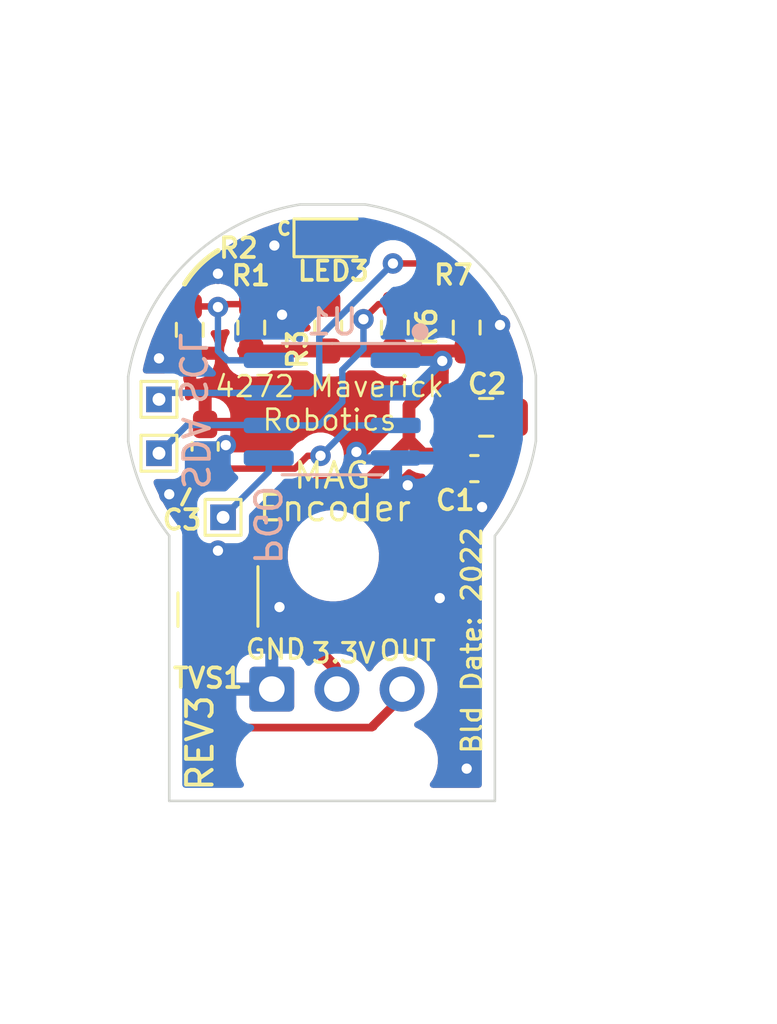
<source format=kicad_pcb>
(kicad_pcb (version 20211014) (generator pcbnew)
  (layers (0 "F.Cu" signal) (31 "B.Cu" signal) (34 "B.Paste" user) (35 "F.Paste" user) (36 "B.SilkS" user "B.Silkscreen") (37 "F.SilkS" user "F.Silkscreen") (38 "B.Mask" user) (39 "F.Mask" user) (44 "Edge.Cuts" user))
  (net 0 "")
  (net 1 "+3.3V")
  (net 2 "GND")
  (net 3 "Net-(LED3-Pad2)")
  (net 4 "/DIR")
  (net 5 "/SDA")
  (net 6 "/SCL")
  (net 7 "/OUT")
  (net 8 "/PGO")
  (footprint "import:3Pin Strain Relief 1x03 2.54mm" (layer "F.Cu") (at 153.22 94.434)
    (fp_text reference "J1" hide)
    (fp_text value "Strain3")
    (pad "" np_thru_hole circle (at -2.54 -2.54) (size 1.778 1.778) (drill 1.778) (layers F&B.Cu *.Mask))
    (pad "" np_thru_hole circle (at -7.62 -2.54) (size 1.778 1.778) (drill 1.778) (layers F&B.Cu *.Mask))
    (pad "" np_thru_hole circle (at -5.08 -2.54) (size 1.778 1.778) (drill 1.778) (layers F&B.Cu *.Mask))
    (pad "1" thru_hole roundrect (at -7.62 -5.334) (size 1.75 1.75) (drill 1) (layers *.Cu *.Mask) (roundrect_rratio 0.108696) (net 2 "GND"))
    (pad "2" thru_hole circle (at -5.08 -5.334) (size 1.75 1.75) (drill 1) (layers *.Cu *.Mask) (net 1 "+3.3V"))
    (pad "3" thru_hole circle (at -2.54 -5.334) (size 1.75 1.75) (drill 1) (layers *.Cu *.Mask) (net 7 "/OUT"))
  )
  (footprint "Resistor_SMD:R_0603_1608Metric_Pad0.98x0.95mm_HandSolder" (layer "F.Cu") (at 144.8 75 90)
    (fp_text reference "R1" (at 2.0258 -0.02 180) (layer "F.SilkS") (effects (font (size 0.762 0.762))))
    (fp_text value "0")
    (fp_line (start -0.254724 0.5225) (end 0.254724 0.5225) (layer "F.SilkS") (width 0.12))
    (fp_line (start -0.254724 -0.5225) (end 0.254724 -0.5225) (layer "F.SilkS") (width 0.12))
    (pad "1" smd roundrect (at -0.9125 0 90) (size 0.975 0.95) (layers "F.Cu" "F.Paste" "F.Mask") (net 1 "+3.3V"))
    (pad "2" smd roundrect (at 0.9125 0 90) (size 0.975 0.95) (layers "F.Cu" "F.Paste" "F.Mask") (net 4 "/DIR"))
  )
  (footprint "Capacitor_SMD:C_0805_2012Metric_Pad1.18x1.45mm_HandSolder" (layer "F.Cu") (at 153.9625 78.5)
    (fp_text reference "C2" (at 0.037497 -1.300002) (layer "F.SilkS") (effects (font (size 0.762 0.762))))
    (fp_text value "10uF")
    (fp_line (start -0.261252 0.735) (end 0.261252 0.735) (layer "F.SilkS") (width 0.12))
    (fp_line (start -0.261252 -0.735) (end 0.261252 -0.735) (layer "F.SilkS") (width 0.12))
    (pad "1" smd roundrect (at -1.0375 0) (size 1.175 1.45) (layers "F.Cu" "F.Paste" "F.Mask") (roundrect_rratio 0.2127659574) (net 1 "+3.3V"))
    (pad "2" smd roundrect (at 1.0375 0) (size 1.175 1.45) (layers "F.Cu" "F.Paste" "F.Mask") (roundrect_rratio 0.2127659574) (net 2 "GND"))
  )
  (footprint "Package_TO_SOT_SMD:SOT-23" (layer "F.Cu") (at 143.5 86 -90)
    (fp_text reference "TVS1" (at 2.6714 0.3964 180) (layer "F.SilkS") (effects (font (size 0.762 0.762))))
    (fp_text value "SP0502BAHT")
    (fp_line (start 0 1.56) (end -0.65 1.56) (layer "F.SilkS") (width 0.12))
    (fp_line (start 0 -1.56) (end 0.65 -1.56) (layer "F.SilkS") (width 0.12))
    (fp_line (start 0 -1.56) (end -1.675 -1.56) (layer "F.SilkS") (width 0.12))
    (fp_line (start 0 1.56) (end 0.65 1.56) (layer "F.SilkS") (width 0.12))
    (pad "1" smd roundrect (at -0.9375 -0.95 270) (size 1.475 0.6) (layers "F.Cu" "F.Paste" "F.Mask") (net 1 "+3.3V"))
    (pad "2" smd roundrect (at -0.9375 0.95 270) (size 1.475 0.6) (layers "F.Cu" "F.Paste" "F.Mask") (net 7 "/OUT"))
    (pad "3" smd roundrect (at 0.9375 0 270) (size 1.475 0.6) (layers "F.Cu" "F.Paste" "F.Mask") (net 2 "GND"))
  )
  (footprint "Resistor_SMD:R_0603_1608Metric_Pad0.98x0.95mm_HandSolder" (layer "F.Cu") (at 153.2 75 -90)
    (fp_text reference "R7" (at -2.0512 0.5206 180) (layer "F.SilkS") (effects (font (size 0.762 0.762))))
    (fp_text value "100K")
    (fp_line (start -0.254724 0.5225) (end 0.254724 0.5225) (layer "F.SilkS") (width 0.12))
    (fp_line (start -0.254724 -0.5225) (end 0.254724 -0.5225) (layer "F.SilkS") (width 0.12))
    (pad "1" smd roundrect (at -0.9125 0 270) (size 0.975 0.95) (layers "F.Cu" "F.Paste" "F.Mask") (net 6 "/SCL"))
    (pad "2" smd roundrect (at 0.9125 0 270) (size 0.975 0.95) (layers "F.Cu" "F.Paste" "F.Mask") (net 1 "+3.3V"))
  )
  (footprint "Resistor_SMD:R_0603_1608Metric_Pad0.98x0.95mm_HandSolder" (layer "F.Cu") (at 147.8 75 90)
    (fp_text reference "R3" (at -0.849988 -1.199988 90) (layer "F.SilkS") (effects (font (size 0.762 0.762))))
    (fp_text value "137")
    (fp_line (start -0.254724 0.5225) (end 0.254724 0.5225) (layer "F.SilkS") (width 0.12))
    (fp_line (start -0.254724 -0.5225) (end 0.254724 -0.5225) (layer "F.SilkS") (width 0.12))
    (pad "1" smd roundrect (at -0.9125 0 90) (size 0.975 0.95) (layers "F.Cu" "F.Paste" "F.Mask") (net 1 "+3.3V"))
    (pad "2" smd roundrect (at 0.9125 0 90) (size 0.975 0.95) (layers "F.Cu" "F.Paste" "F.Mask") (net 3 "Net-(LED3-Pad2)"))
  )
  (footprint "TestPoint:TestPoint_THTPad_1.0x1.0mm_Drill0.5mm" (layer "F.Cu") (at 143.7 82.4)
    (fp_text reference "TP3" hide)
    (fp_text value "TestPoint")
    (fp_line (start -0.7 0.7) (end -0.7 -0.7) (layer "F.SilkS") (width 0.12))
    (fp_line (start -0.7 -0.7) (end 0.7 -0.7) (layer "F.SilkS") (width 0.12))
    (fp_line (start 0.7 -0.7) (end 0.7 0.7) (layer "F.SilkS") (width 0.12))
    (fp_line (start 0.7 0.7) (end -0.7 0.7) (layer "F.SilkS") (width 0.12))
    (pad "1" thru_hole rect (at 0 0) (size 1 1) (drill 0.5) (layers *.Cu *.Mask) (net 8 "/PGO"))
  )
  (footprint "LED_SMD:LED_0603_1608Metric_Pad1.05x0.95mm_HandSolder" (layer "F.Cu") (at 148.125 71.5)
    (fp_text reference "LED3" (at -0.125 1.3) (layer "F.SilkS") (effects (font (size 0.75 0.75))))
    (fp_text value "LTST-C190KGKT")
    (fp_line (start 0.8 -0.735) (end -1.66 -0.735) (layer "F.SilkS") (width 0.12))
    (fp_line (start -1.66 -0.735) (end -1.66 0.735) (layer "F.SilkS") (width 0.12))
    (fp_line (start -1.66 0.735) (end 0.8 0.735) (layer "F.SilkS") (width 0.12))
    (pad "1" smd roundrect (at -0.875 0) (size 1.05 0.95) (layers "F.Cu" "F.Paste" "F.Mask") (net 2 "GND"))
    (pad "2" smd roundrect (at 0.875 0) (size 1.05 0.95) (layers "F.Cu" "F.Paste" "F.Mask") (net 3 "Net-(LED3-Pad2)"))
  )
  (footprint "TestPoint:TestPoint_THTPad_1.0x1.0mm_Drill0.5mm" (layer "F.Cu") (at 141.2 77.8)
    (fp_text reference "TP1" hide)
    (fp_text value "TestPoint")
    (fp_line (start -0.7 -0.7) (end 0.7 -0.7) (layer "F.SilkS") (width 0.12))
    (fp_line (start -0.7 0.7) (end -0.7 -0.7) (layer "F.SilkS") (width 0.12))
    (fp_line (start 0.7 -0.7) (end 0.7 0.7) (layer "F.SilkS") (width 0.12))
    (fp_line (start 0.7 0.7) (end -0.7 0.7) (layer "F.SilkS") (width 0.12))
    (pad "1" thru_hole rect (at 0 0) (size 1 1) (drill 0.5) (layers *.Cu *.Mask) (net 6 "/SCL"))
  )
  (footprint "Capacitor_SMD:C_0603_1608Metric_Pad1.08x0.95mm_HandSolder" (layer "F.Cu") (at 143 79.6375 90)
    (fp_text reference "C3" (at -2.8625 -0.9 180) (layer "F.SilkS") (effects (font (size 0.762 0.762))))
    (fp_text value "56pF")
    (fp_line (start -0.146267 0.51) (end 0.146267 0.51) (layer "F.SilkS") (width 0.12))
    (fp_line (start -0.146267 -0.51) (end 0.146267 -0.51) (layer "F.SilkS") (width 0.12))
    (pad "1" smd roundrect (at -0.8625 0 90) (size 1.075 0.95) (layers "F.Cu" "F.Paste" "F.Mask") (net 7 "/OUT"))
    (pad "2" smd roundrect (at 0.8625 0 90) (size 1.075 0.95) (layers "F.Cu" "F.Paste" "F.Mask") (net 2 "GND"))
  )
  (footprint "TestPoint:TestPoint_THTPad_1.0x1.0mm_Drill0.5mm" (layer "F.Cu") (at 141.2 79.9)
    (fp_text reference "TP2" hide)
    (fp_text value "TestPoint")
    (fp_line (start -0.7 -0.7) (end 0.7 -0.7) (layer "F.SilkS") (width 0.12))
    (fp_line (start 0.7 -0.7) (end 0.7 0.7) (layer "F.SilkS") (width 0.12))
    (fp_line (start 0.7 0.7) (end -0.7 0.7) (layer "F.SilkS") (width 0.12))
    (fp_line (start -0.7 0.7) (end -0.7 -0.7) (layer "F.SilkS") (width 0.12))
    (pad "1" thru_hole rect (at 0 0) (size 1 1) (drill 0.5) (layers *.Cu *.Mask) (net 5 "/SDA"))
  )
  (footprint "Resistor_SMD:R_0603_1608Metric_Pad0.98x0.95mm_HandSolder" (layer "F.Cu") (at 150.4 75 -90)
    (fp_text reference "R6" (at -0.0192 -1.238 90) (layer "F.SilkS") (effects (font (size 0.762 0.762))))
    (fp_text value "100K")
    (fp_line (start -0.254724 0.5225) (end 0.254724 0.5225) (layer "F.SilkS") (width 0.12))
    (fp_line (start -0.254724 -0.5225) (end 0.254724 -0.5225) (layer "F.SilkS") (width 0.12))
    (pad "1" smd roundrect (at -0.9125 0 270) (size 0.975 0.95) (layers "F.Cu" "F.Paste" "F.Mask") (net 5 "/SDA"))
    (pad "2" smd roundrect (at 0.9125 0 270) (size 0.975 0.95) (layers "F.Cu" "F.Paste" "F.Mask") (net 1 "+3.3V"))
  )
  (footprint "Resistor_SMD:R_0603_1608Metric_Pad0.98x0.95mm_HandSolder" (layer "F.Cu") (at 142.4 75.0875 -90)
    (fp_text reference "R2" (at -3.1875 -1.9 180) (layer "F.SilkS") (effects (font (size 0.762 0.762))))
    (fp_text value "0")
    (fp_line (start -0.254724 -0.5225) (end 0.254724 -0.5225) (layer "F.SilkS") (width 0.12))
    (fp_line (start -0.254724 0.5225) (end 0.254724 0.5225) (layer "F.SilkS") (width 0.12))
    (pad "1" smd roundrect (at -0.9125 0 270) (size 0.975 0.95) (layers "F.Cu" "F.Paste" "F.Mask") (net 4 "/DIR"))
    (pad "2" smd roundrect (at 0.9125 0 270) (size 0.975 0.95) (layers "F.Cu" "F.Paste" "F.Mask") (net 2 "GND"))
  )
  (footprint "Capacitor_SMD:C_0603_1608Metric_Pad1.08x0.95mm_HandSolder" (layer "F.Cu") (at 153.5 80.5)
    (fp_text reference "C1" (at -0.7444 1.2372) (layer "F.SilkS") (effects (font (size 0.762 0.762))))
    (fp_text value "100nF")
    (fp_line (start -0.146267 0.51) (end 0.146267 0.51) (layer "F.SilkS") (width 0.12))
    (fp_line (start -0.146267 -0.51) (end 0.146267 -0.51) (layer "F.SilkS") (width 0.12))
    (pad "1" smd roundrect (at -0.8625 0) (size 1.075 0.95) (layers "F.Cu" "F.Paste" "F.Mask") (net 1 "+3.3V"))
    (pad "2" smd roundrect (at 0.8625 0) (size 1.075 0.95) (layers "F.Cu" "F.Paste" "F.Mask") (net 2 "GND"))
  )
  (footprint "Package_SO:SOIC-8_3.9x4.9mm_P1.27mm" (layer "B.Cu") (at 147.955 78.1812 180)
    (fp_text reference "U1" (at 0 3.4) (layer "B.SilkS") (effects (justify mirror)))
    (fp_text value "AS5600-ASOM")
    (fp_line (start 0 -2.56) (end -1.95 -2.56) (layer "B.SilkS") (width 0.12))
    (fp_line (start 0 -2.56) (end 1.95 -2.56) (layer "B.SilkS") (width 0.12))
    (fp_line (start 0 2.56) (end -3.45 2.56) (layer "B.SilkS") (width 0.12))
    (fp_line (start 0 2.56) (end 1.95 2.56) (layer "B.SilkS") (width 0.12))
    (pad "1" smd roundrect (at -2.475 1.905 180) (size 1.95 0.6) (layers "B.Cu" "B.Paste" "B.Mask") (net 1 "+3.3V"))
    (pad "2" smd roundrect (at -2.475 0.635 180) (size 1.95 0.6) (layers "B.Cu" "B.Paste" "B.Mask") (net 1 "+3.3V"))
    (pad "3" smd roundrect (at -2.475 -0.635 180) (size 1.95 0.6) (layers "B.Cu" "B.Paste" "B.Mask") (net 7 "/OUT"))
    (pad "4" smd roundrect (at -2.475 -1.905 180) (size 1.95 0.6) (layers "B.Cu" "B.Paste" "B.Mask") (net 2 "GND"))
    (pad "5" smd roundrect (at 2.475 -1.905 180) (size 1.95 0.6) (layers "B.Cu" "B.Paste" "B.Mask") (net 8 "/PGO"))
    (pad "6" smd roundrect (at 2.475 -0.635 180) (size 1.95 0.6) (layers "B.Cu" "B.Paste" "B.Mask") (net 5 "/SDA"))
    (pad "7" smd roundrect (at 2.475 0.635 180) (size 1.95 0.6) (layers "B.Cu" "B.Paste" "B.Mask") (net 6 "/SCL"))
    (pad "8" smd roundrect (at 2.475 1.905 180) (size 1.95 0.6) (layers "B.Cu" "B.Paste" "B.Mask") (net 4 "/DIR"))
  )
  (footprint "MountingHole:MountingHole_2.5mm" (layer "B.Cu") (at 148 83.9 180)
    (fp_text reference "REF**" hide)
    (fp_text value "MountingHole_2.5mm")
    (pad "" np_thru_hole circle (at 0 0 180) (size 2.54 2.54) (drill 2.54) (layers F&B.Cu *.Mask))
  )
  (gr_circle (center 151.384 75.1586) (end 151.638951 75.1586) (layer "B.SilkS") (width 0.15) (fill solid))
  (gr_line (start 142.1 81.9) (end 142.4 81.3) (layer "F.SilkS") (width 0.15))
  (gr_arc (start 142.2 73.3) (mid 142.775181 72.575181) (end 143.5 72) (layer "F.SilkS") (width 0.2))
  (gr_line (start 155.9 76.88) (end 155.9 79.42) (layer "Edge.Cuts") (width 0.1))
  (gr_arc (start 149.245 70.2) (mid 153.64504 72.471473) (end 155.9 76.88) (layer "Edge.Cuts") (width 0.1))
  (gr_line (start 154.3 93.46) (end 141.6 93.46) (layer "Edge.Cuts") (width 0.1))
  (gr_arc (start 141.6 83.1222) (mid 140.568851 81.386813) (end 140 79.45) (layer "Edge.Cuts") (width 0.1))
  (gr_line (start 154.3 83.124994) (end 154.3 93.46) (layer "Edge.Cuts") (width 0.1))
  (gr_line (start 140 76.91) (end 140 79.45) (layer "Edge.Cuts") (width 0.1))
  (gr_arc (start 155.9 79.42) (mid 155.335532 81.374212) (end 154.3 83.124994) (layer "Edge.Cuts") (width 0.1))
  (gr_line (start 146.705 70.2) (end 149.245 70.2) (layer "Edge.Cuts") (width 0.1))
  (gr_arc (start 140 76.91) (mid 142.265552 72.468861) (end 146.705 70.2) (layer "Edge.Cuts") (width 0.1))
  (gr_line (start 141.6 93.46) (end 141.6 83.1222) (layer "Edge.Cuts") (width 0.1))
  (gr_text "SCL\n" (at 142.5 76.6 270) (layer "B.SilkS") (effects (font (size 1 1)) (justify mirror)))
  (gr_text "PGO" (at 145.4 82.7 -90) (layer "B.SilkS") (effects (font (size 1 1)) (justify mirror)))
  (gr_text "SDA" (at 142.6 79.9 -90) (layer "B.SilkS") (effects (font (size 1 1)) (justify mirror)))
  (gr_text "Encoder" (at 148.0566 82.042) (layer "F.SilkS") (effects (font (size 1 1) (thickness 0.125))))
  (gr_text "4272 Maverick\nRobotics" (at 147.849996 77.95) (layer "F.SilkS") (effects (font (size 0.8128 0.8128) (thickness 0.1))))
  (gr_text "GND" (at 145.75 87.55) (layer "F.SilkS") (effects (font (size 0.762 0.762) (thickness 0.125))))
  (gr_text "3.3V" (at 148.4 87.7) (layer "F.SilkS") (effects (font (size 0.762 0.762) (thickness 0.125))))
  (gr_text "MAG" (at 147.955 80.772) (layer "F.SilkS") (effects (font (size 1 1) (thickness 0.125))))
  (gr_text "C" (at 146.0754 71.1454) (layer "F.SilkS") (effects (font (size 0.5 0.5) (thickness 0.125))))
  (gr_text "OUT" (at 150.900003 87.600003) (layer "F.SilkS") (effects (font (size 0.762 0.762) (thickness 0.125))))
  (gr_text "REV3\n" (at 142.8 91.2 90) (layer "F.SilkS") (effects (font (size 1 1))))
  (gr_text "Bld Date: 2022" (at 153.399998 87.2 90) (layer "F.SilkS") (effects (font (size 0.762 0.762) (thickness 0.125))))
  (segment (start 147.325 81.075) (end 144.45 83.95) (width 0.5) (layer "F.Cu") (net 1))
  (segment (start 148.04 88.24) (end 148.04 89.5) (width 0.5) (layer "F.Cu") (net 1))
  (segment (start 152.0875 75.9125) (end 152 76) (width 0.25) (layer "F.Cu") (net 1))
  (segment (start 150.95 78.05) (end 150.95 79.4) (width 0.5) (layer "F.Cu") (net 1))
  (segment (start 151.484609 79.934609) (end 152.072109 79.934609) (width 0.5) (layer "F.Cu") (net 1))
  (segment (start 152.2476 76.3016) (end 152.2476 77.8226) (width 0.5) (layer "F.Cu") (net 1))
  (segment (start 144.45 85.0625) (end 144.45 85.91) (width 0.5) (layer "F.Cu") (net 1))
  (segment (start 146.55 86.75) (end 148.04 88.24) (width 0.5) (layer "F.Cu") (net 1))
  (segment (start 152 76.054) (end 152 76) (width 0.5) (layer "F.Cu") (net 1))
  (segment (start 152.2476 76.3016) (end 152 76.054) (width 0.5) (layer "F.Cu") (net 1))
  (segment (start 150.95 79.4) (end 149.275 81.075) (width 0.5) (layer "F.Cu") (net 1))
  (segment (start 152.072109 79.934609) (end 152.6375 80.5) (width 0.5) (layer "F.Cu") (net 1))
  (segment (start 152.2476 76.3016) (end 152.2476 76.7524) (width 0.5) (layer "F.Cu") (net 1))
  (segment (start 144.45 85.91) (end 145.29 86.75) (width 0.5) (layer "F.Cu") (net 1))
  (segment (start 150.5 75.9125) (end 152.0875 75.9125) (width 0.5) (layer "F.Cu") (net 1))
  (segment (start 152.0875 75.9125) (end 153.5 75.9125) (width 0.5) (layer "F.Cu") (net 1))
  (segment (start 149.275 81.075) (end 147.325 81.075) (width 0.5) (layer "F.Cu") (net 1))
  (segment (start 144.45 83.95) (end 144.45 85.0625) (width 0.5) (layer "F.Cu") (net 1))
  (segment (start 145.29 86.75) (end 146.55 86.75) (width 0.5) (layer "F.Cu") (net 1))
  (segment (start 150.95 79.4) (end 151.484609 79.934609) (width 0.5) (layer "F.Cu") (net 1))
  (segment (start 152.2476 76.7524) (end 150.95 78.05) (width 0.5) (layer "F.Cu") (net 1))
  (segment (start 152.2476 77.8226) (end 152.925 78.5) (width 0.5) (layer "F.Cu") (net 1))
  (segment (start 144.5 75.9125) (end 147.5 75.9125) (width 0.5) (layer "F.Cu") (net 1))
  (segment (start 147.50001 75.912497) (end 150.500004 75.912497) (width 0.5) (layer "F.Cu") (net 1))
  (via (at 152.2476 76.3016) (size 0.8) (drill 0.4) (layers "F.Cu" "B.Cu") (net 1))
  (segment (start 150.43 77.5462) (end 151.003 77.5462) (width 0.381) (layer "B.Cu") (net 1))
  (segment (start 151.003 77.5462) (end 152.2476 76.3016) (width 0.381) (layer "B.Cu") (net 1))
  (segment (start 152.2476 76.3016) (end 150.4554 76.3016) (width 0.381) (layer "B.Cu") (net 1))
  (segment (start 143.5 86.9375) (end 143.5 88.6) (width 0.5) (layer "F.Cu") (net 2))
  (segment (start 143.5 83.7) (end 143.5 86.9375) (width 0.5) (layer "F.Cu") (net 2))
  (segment (start 143.5 88.6) (end 144 89.1) (width 0.5) (layer "F.Cu") (net 2))
  (segment (start 144 89.1) (end 145.6 89.1) (width 0.5) (layer "F.Cu") (net 2))
  (via (at 141.6 81.5) (size 0.8) (drill 0.4) (layers "F.Cu" "B.Cu") (net 2))
  (via (at 152.15 85.55) (size 0.8) (drill 0.4) (layers "F.Cu" "B.Cu") (net 2))
  (via (at 141.2 76.2) (size 0.8) (drill 0.4) (layers "F.Cu" "B.Cu") (net 2))
  (via (at 153.2 92.2) (size 0.8) (drill 0.4) (layers "F.Cu" "B.Cu") (net 2))
  (via (at 143.5 72.9) (size 0.8) (drill 0.4) (layers "F.Cu" "B.Cu") (net 2))
  (via (at 143.5 83.7) (size 0.8) (drill 0.4) (layers "F.Cu" "B.Cu") (net 2))
  (via (at 143.805859 79.585558) (size 0.8) (drill 0.4) (layers "F.Cu" "B.Cu") (net 2))
  (via (at 154.5 74.9) (size 0.8) (drill 0.4) (layers "F.Cu" "B.Cu") (net 2))
  (via (at 145.7 71.8) (size 0.8) (drill 0.4) (layers "F.Cu" "B.Cu") (net 2))
  (via (at 146 74.5) (size 0.8) (drill 0.4) (layers "F.Cu" "B.Cu") (net 2))
  (via (at 150.9 81.15) (size 0.8) (drill 0.4) (layers "F.Cu" "B.Cu") (net 2))
  (via (at 145.9 85.9) (size 0.8) (drill 0.4) (layers "F.Cu" "B.Cu") (net 2))
  (via (at 153.8 82) (size 0.8) (drill 0.4) (layers "F.Cu" "B.Cu") (net 2))
  (via (at 148.9 79.85) (size 0.8) (drill 0.4) (layers "F.Cu" "B.Cu") (net 2))
  (segment (start 149 72.5875) (end 149 71.5) (width 0.25) (layer "F.Cu") (net 3))
  (segment (start 147.5 74.0875) (end 149 72.5875) (width 0.25) (layer "F.Cu") (net 3))
  (segment (start 143.475 74.175) (end 142.4 74.175) (width 0.25) (layer "F.Cu") (net 4))
  (segment (start 143.5 74.2) (end 143.6125 74.0875) (width 0.25) (layer "F.Cu") (net 4))
  (segment (start 143.5 74.2) (end 143.475 74.175) (width 0.25) (layer "F.Cu") (net 4))
  (segment (start 143.6125 74.0875) (end 144.5 74.0875) (width 0.25) (layer "F.Cu") (net 4))
  (via (at 143.5 74.2) (size 0.8) (drill 0.4) (layers "F.Cu" "B.Cu") (net 4))
  (segment (start 143.5 74.2) (end 143.5 75.91) (width 0.25) (layer "B.Cu") (net 4))
  (segment (start 143.5 75.91) (end 143.8662 76.2762) (width 0.25) (layer "B.Cu") (net 4))
  (segment (start 143.8662 76.2762) (end 145.48 76.2762) (width 0.25) (layer "B.Cu") (net 4))
  (segment (start 149.25 74.6) (end 149.7625 74.0875) (width 0.25) (layer "F.Cu") (net 5))
  (segment (start 149.7625 74.0875) (end 150.5 74.0875) (width 0.25) (layer "F.Cu") (net 5))
  (via (at 149.175 74.675) (size 0.8) (drill 0.4) (layers "F.Cu" "B.Cu") (net 5))
  (segment (start 149.175 75.826041) (end 148.35 76.651041) (width 0.25) (layer "B.Cu") (net 5))
  (segment (start 142.3 78.8) (end 141.2 79.9) (width 0.25) (layer "B.Cu") (net 5))
  (segment (start 149.175 74.675) (end 149.175 75.826041) (width 0.25) (layer "B.Cu") (net 5))
  (segment (start 148.35 76.651041) (end 148.35 77.9) (width 0.25) (layer "B.Cu") (net 5))
  (segment (start 145.48 78.8162) (end 145.4638 78.8) (width 0.25) (layer "B.Cu") (net 5))
  (segment (start 145.4638 78.8) (end 142.3 78.8) (width 0.25) (layer "B.Cu") (net 5))
  (segment (start 147.4338 78.8162) (end 145.48 78.8162) (width 0.25) (layer "B.Cu") (net 5))
  (segment (start 148.35 77.9) (end 147.4338 78.8162) (width 0.25) (layer "B.Cu") (net 5))
  (segment (start 153.5 73.5) (end 152.5 72.5) (width 0.25) (layer "F.Cu") (net 6))
  (segment (start 153.5 74.0875) (end 153.5 73.5) (width 0.25) (layer "F.Cu") (net 6))
  (segment (start 152.5 72.5) (end 150.5 72.5) (width 0.25) (layer "F.Cu") (net 6))
  (via (at 150.324695 72.5) (size 0.8) (drill 0.4) (layers "F.Cu" "B.Cu") (net 6))
  (segment (start 147.1038 77.5462) (end 145.48 77.5462) (width 0.25) (layer "B.Cu") (net 6))
  (segment (start 147.45 77.2) (end 147.1038 77.5462) (width 0.25) (layer "B.Cu") (net 6))
  (segment (start 147.45 75.374695) (end 147.45 77.2) (width 0.25) (layer "B.Cu") (net 6))
  (segment (start 141.4538 77.5462) (end 141.2 77.8) (width 0.25) (layer "B.Cu") (net 6))
  (segment (start 150.324695 72.5) (end 147.45 75.374695) (width 0.25) (layer "B.Cu") (net 6))
  (segment (start 145.48 77.5462) (end 141.4538 77.5462) (width 0.25) (layer "B.Cu") (net 6))
  (segment (start 150.58 89.5) (end 149.55 90.53) (width 0.35) (layer "F.Cu") (net 7))
  (segment (start 143.550005 90.599997) (end 149.500006 90.599997) (width 0.3) (layer "F.Cu") (net 7))
  (segment (start 143 80.5) (end 142.55 80.95) (width 0.25) (layer "F.Cu") (net 7))
  (segment (start 147 80) (end 147.5 80) (width 0.25) (layer "F.Cu") (net 7))
  (segment (start 143.55 90.6) (end 142.5 89.55) (width 0.35) (layer "F.Cu") (net 7))
  (segment (start 142.55 80.95) (end 142.55 85.0625) (width 0.25) (layer "F.Cu") (net 7))
  (segment (start 149.5 90.6) (end 149.55 90.55) (width 0.3) (layer "F.Cu") (net 7))
  (segment (start 143 80.5) (end 146.5 80.5) (width 0.25) (layer "F.Cu") (net 7))
  (segment (start 146.5 80.5) (end 147 80) (width 0.25) (layer "F.Cu") (net 7))
  (segment (start 149.55 90.53) (end 149.55 90.55) (width 0.35) (layer "F.Cu") (net 7))
  (segment (start 142.5 85.1125) (end 142.55 85.0625) (width 0.25) (layer "F.Cu") (net 7))
  (segment (start 142.5 89.55) (end 142.5 85.1125) (width 0.35) (layer "F.Cu") (net 7))
  (via (at 147.5 80) (size 0.8) (drill 0.4) (layers "F.Cu" "B.Cu") (net 7))
  (segment (start 148.6838 78.8162) (end 150.43 78.8162) (width 0.25) (layer "B.Cu") (net 7))
  (segment (start 147.5 80) (end 148.6838 78.8162) (width 0.25) (layer "B.Cu") (net 7))
  (segment (start 145.48 80.62) (end 143.7 82.4) (width 0.25) (layer "B.Cu") (net 8))
  (segment (start 145.48 80.0862) (end 145.48 80.62) (width 0.25) (layer "B.Cu") (net 8))
  (zone (net 0) (net_name "") (layer "F.Cu") (connect_pads (clearance 0)) (min_thickness 0.254)
    (keepout (tracks allowed) (vias allowed) (pads allowed) (copperpour not_allowed) (footprints allowed))
    (fill (thermal_gap 0.508) (thermal_bridge_width 0.508))
    (polygon (pts (xy 144 86.8) (xy 145.1 89.3) (xy 143.7 90.2) (xy 143 89.4) (xy 143.1 83.3) (xy 144 83.3)))
  )
  (zone (net 2) (net_name "GND") (layer "F.Cu") (connect_pads (clearance 0.508)) (min_thickness 0.254) (fill yes (thermal_gap 0.508) (thermal_bridge_width 0.508))
    (polygon (pts (xy 160.5 95) (xy 135 95) (xy 135 70) (xy 160.5 70)))
  )
  (zone (net 0) (net_name "") (layer "B.Cu") (connect_pads (clearance 0)) (min_thickness 0.254)
    (keepout (tracks allowed) (vias allowed) (pads allowed) (copperpour not_allowed) (footprints allowed))
    (fill (thermal_gap 0.508) (thermal_bridge_width 0.508))
    (polygon (pts (xy 151.2 80) (xy 144.8 79.8) (xy 144.8 76.6) (xy 151.2 76.6)))
  )
  (zone (net 2) (net_name "GND") (layer "B.Cu") (connect_pads (clearance 0.508)) (min_thickness 0.254) (fill yes (thermal_gap 0.508) (thermal_bridge_width 0.508))
    (polygon (pts (xy 160.5 95) (xy 135 95) (xy 135 70) (xy 160.5 70)))
  )
)
</source>
